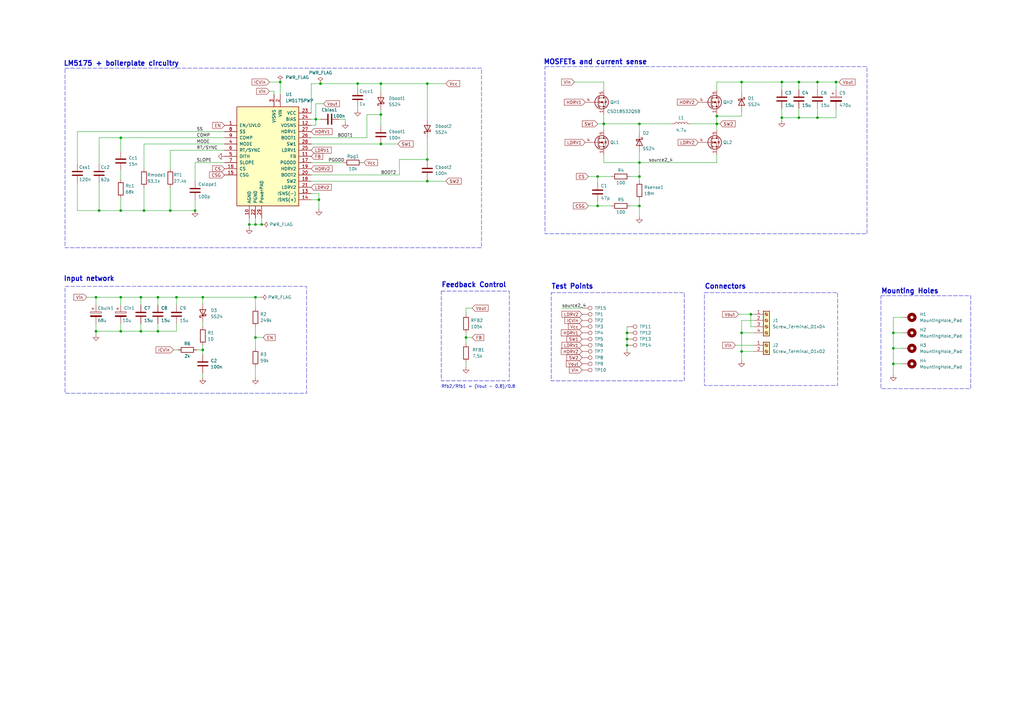
<source format=kicad_sch>
(kicad_sch (version 20230121) (generator eeschema)
  (paper "A3")
  (title_block (title "Universal 12V supply") (date "2023-11-03") (rev "0.1") (comment 1 "jpais@jorgemachwx9"))
  (junction (at 294.005 50.8))
  (junction (at 320.675 48.26))
  (junction (at 156.21 34.29))
  (junction (at 175.26 34.29))
  (junction (at 335.28 33.655))
  (junction (at 175.26 65.405))
  (junction (at 39.37 121.92))
  (junction (at 130.81 81.915))
  (junction (at 39.37 135.89))
  (junction (at 104.775 92.075))
  (junction (at 304.165 136.525))
  (junction (at 57.785 121.92))
  (junction (at 49.53 135.89))
  (junction (at 131.445 34.29))
  (junction (at 83.185 143.51))
  (junction (at 72.39 121.92))
  (junction (at 262.255 50.8))
  (junction (at 59.055 86.36))
  (junction (at 257.175 136.525))
  (junction (at 335.28 48.26))
  (junction (at 307.975 128.905))
  (junction (at 320.675 33.655))
  (junction (at 191.135 138.43))
  (junction (at 262.255 72.39))
  (junction (at 245.11 72.39))
  (junction (at 257.175 139.065))
  (junction (at 245.11 84.455))
  (junction (at 262.255 66.675))
  (junction (at 342.9 33.655))
  (junction (at 83.185 121.92))
  (junction (at 129.54 48.895))
  (junction (at 175.26 74.295))
  (junction (at 156.21 59.055))
  (junction (at 146.685 34.29))
  (junction (at 366.395 136.525))
  (junction (at 69.85 86.36))
  (junction (at 64.77 121.92))
  (junction (at 327.66 33.655))
  (junction (at 114.935 33.655))
  (junction (at 304.165 144.145))
  (junction (at 294.005 47.625))
  (junction (at 327.66 48.26))
  (junction (at 104.775 138.43))
  (junction (at 80.01 86.36))
  (junction (at 156.21 46.99))
  (junction (at 257.175 141.605))
  (junction (at 49.53 121.92))
  (junction (at 366.395 142.875))
  (junction (at 49.53 86.36))
  (junction (at 366.395 149.225))
  (junction (at 104.775 121.92))
  (junction (at 107.315 92.075))
  (junction (at 304.165 33.655))
  (junction (at 102.235 92.075))
  (junction (at 247.65 50.8))
  (junction (at 57.785 135.89))
  (junction (at 49.53 56.515))
  (junction (at 40.64 86.36))
  (junction (at 64.77 135.89))
  (junction (at 262.255 84.455))
  (wire (pts (xy 83.185 121.92) (xy 83.185 124.46)))
  (wire (pts (xy 130.81 79.375) (xy 127.635 79.375)))
  (wire (pts (xy 80.01 74.295) (xy 80.01 66.675)))
  (wire (pts (xy 141.605 48.895) (xy 139.065 48.895)))
  (wire (pts (xy 104.775 89.535) (xy 104.775 92.075)))
  (wire (pts (xy 104.775 150.495) (xy 104.775 154.94)))
  (wire (pts (xy 104.775 138.43) (xy 104.775 142.875)))
  (wire (pts (xy 127.635 71.755) (xy 163.83 71.755)))
  (wire (pts (xy 129.54 48.895) (xy 131.445 48.895)))
  (wire (pts (xy 304.165 47.625) (xy 304.165 45.72)))
  (wire (pts (xy 366.395 130.175) (xy 370.205 130.175)))
  (wire (pts (xy 366.395 136.525) (xy 370.205 136.525)))
  (wire (pts (xy 294.005 33.655) (xy 304.165 33.655)))
  (wire (pts (xy 175.26 34.29) (xy 182.88 34.29)))
  (wire (pts (xy 83.185 143.51) (xy 83.185 141.605)))
  (wire (pts (xy 40.64 86.36) (xy 40.64 74.93)))
  (wire (pts (xy 141.605 50.165) (xy 141.605 48.895)))
  (wire (pts (xy 304.165 147.955) (xy 304.165 144.145)))
  (wire (pts (xy 129.54 48.895) (xy 127.635 48.895)))
  (wire (pts (xy 175.26 73.66) (xy 175.26 74.295)))
  (wire (pts (xy 57.785 121.92) (xy 64.77 121.92)))
  (wire (pts (xy 72.39 121.92) (xy 83.185 121.92)))
  (wire (pts (xy 320.675 48.26) (xy 320.675 49.53)))
  (wire (pts (xy 304.165 136.525) (xy 309.245 136.525)))
  (wire (pts (xy 49.53 56.515) (xy 49.53 62.23)))
  (wire (pts (xy 301.625 141.605) (xy 309.245 141.605)))
  (wire (pts (xy 247.65 50.8) (xy 262.255 50.8)))
  (wire (pts (xy 129.54 51.435) (xy 129.54 48.895)))
  (wire (pts (xy 366.395 142.875) (xy 370.205 142.875)))
  (wire (pts (xy 39.37 135.89) (xy 39.37 137.16)))
  (wire (pts (xy 49.53 135.89) (xy 57.785 135.89)))
  (wire (pts (xy 294.005 47.625) (xy 294.005 46.99)))
  (wire (pts (xy 39.37 132.715) (xy 39.37 135.89)))
  (wire (pts (xy 327.66 44.45) (xy 327.66 48.26)))
  (wire (pts (xy 49.53 121.92) (xy 57.785 121.92)))
  (wire (pts (xy 241.3 72.39) (xy 245.11 72.39)))
  (wire (pts (xy 64.77 121.92) (xy 64.77 125.095)))
  (wire (pts (xy 146.685 43.815) (xy 146.685 45.085)))
  (wire (pts (xy 335.28 48.26) (xy 342.9 48.26)))
  (wire (pts (xy 104.775 92.075) (xy 107.315 92.075)))
  (wire (pts (xy 104.775 121.92) (xy 104.775 126.365)))
  (wire (pts (xy 262.255 84.455) (xy 262.255 88.9)))
  (wire (pts (xy 64.77 132.715) (xy 64.77 135.89)))
  (wire (pts (xy 307.975 128.905) (xy 307.975 133.985)))
  (wire (pts (xy 146.685 34.29) (xy 156.21 34.29)))
  (wire (pts (xy 366.395 153.67) (xy 366.395 149.225)))
  (wire (pts (xy 49.53 86.36) (xy 40.64 86.36)))
  (wire (pts (xy 335.28 33.655) (xy 335.28 36.83)))
  (wire (pts (xy 247.65 36.83) (xy 247.65 33.655)))
  (wire (pts (xy 320.675 33.655) (xy 327.66 33.655)))
  (wire (pts (xy 150.495 46.99) (xy 156.21 46.99)))
  (wire (pts (xy 294.005 47.625) (xy 304.165 47.625)))
  (wire (pts (xy 247.65 46.99) (xy 247.65 50.8)))
  (wire (pts (xy 49.53 81.28) (xy 49.53 86.36)))
  (wire (pts (xy 294.005 50.8) (xy 294.005 47.625)))
  (wire (pts (xy 257.175 139.065) (xy 257.175 141.605)))
  (wire (pts (xy 127.635 81.915) (xy 130.81 81.915)))
  (wire (pts (xy 127.635 59.055) (xy 156.21 59.055)))
  (wire (pts (xy 31.75 86.36) (xy 40.64 86.36)))
  (wire (pts (xy 294.005 66.675) (xy 294.005 63.5)))
  (wire (pts (xy 57.785 132.715) (xy 57.785 135.89)))
  (wire (pts (xy 250.825 84.455) (xy 245.11 84.455)))
  (wire (pts (xy 247.65 63.5) (xy 247.65 66.675)))
  (wire (pts (xy 83.185 132.08) (xy 83.185 133.985)))
  (wire (pts (xy 257.175 136.525) (xy 257.175 139.065)))
  (wire (pts (xy 49.53 135.89) (xy 39.37 135.89)))
  (wire (pts (xy 262.255 81.915) (xy 262.255 84.455)))
  (wire (pts (xy 64.77 121.92) (xy 72.39 121.92)))
  (wire (pts (xy 150.495 56.515) (xy 150.495 46.99)))
  (wire (pts (xy 320.675 33.655) (xy 320.675 36.83)))
  (wire (pts (xy 262.255 62.23) (xy 262.255 66.675)))
  (wire (pts (xy 366.395 136.525) (xy 366.395 130.175)))
  (wire (pts (xy 304.165 131.445) (xy 304.165 136.525)))
  (wire (pts (xy 304.165 33.655) (xy 320.675 33.655)))
  (wire (pts (xy 175.26 34.29) (xy 175.26 48.895)))
  (wire (pts (xy 366.395 149.225) (xy 370.205 149.225)))
  (wire (pts (xy 31.75 53.975) (xy 92.075 53.975)))
  (wire (pts (xy 40.64 67.31) (xy 40.64 56.515)))
  (wire (pts (xy 320.675 44.45) (xy 320.675 48.26)))
  (wire (pts (xy 127.635 66.675) (xy 140.97 66.675)))
  (wire (pts (xy 294.005 50.8) (xy 294.005 53.34)))
  (wire (pts (xy 262.255 72.39) (xy 262.255 74.295)))
  (wire (pts (xy 72.39 135.89) (xy 72.39 132.715)))
  (wire (pts (xy 69.85 61.595) (xy 69.85 69.215)))
  (wire (pts (xy 39.37 125.095) (xy 39.37 121.92)))
  (wire (pts (xy 102.235 92.075) (xy 104.775 92.075)))
  (wire (pts (xy 156.21 59.055) (xy 163.195 59.055)))
  (wire (pts (xy 127.635 34.29) (xy 131.445 34.29)))
  (wire (pts (xy 156.21 34.29) (xy 156.21 37.465)))
  (wire (pts (xy 71.12 143.51) (xy 73.025 143.51)))
  (wire (pts (xy 83.185 153.035) (xy 83.185 154.94)))
  (wire (pts (xy 148.59 66.675) (xy 149.225 66.675)))
  (wire (pts (xy 245.11 50.8) (xy 247.65 50.8)))
  (wire (pts (xy 59.055 86.36) (xy 69.85 86.36)))
  (wire (pts (xy 156.21 46.99) (xy 156.21 45.085)))
  (wire (pts (xy 31.75 67.31) (xy 31.75 53.975)))
  (wire (pts (xy 102.235 89.535) (xy 102.235 92.075)))
  (wire (pts (xy 127.635 51.435) (xy 129.54 51.435)))
  (wire (pts (xy 262.255 50.8) (xy 275.59 50.8)))
  (wire (pts (xy 191.135 138.43) (xy 193.675 138.43)))
  (wire (pts (xy 191.135 148.59) (xy 191.135 150.495)))
  (wire (pts (xy 49.53 56.515) (xy 92.075 56.515)))
  (wire (pts (xy 49.53 132.715) (xy 49.53 135.89)))
  (wire (pts (xy 107.315 92.075) (xy 107.315 89.535)))
  (wire (pts (xy 257.175 141.605) (xy 257.175 143.51)))
  (wire (pts (xy 257.175 133.985) (xy 257.175 136.525)))
  (wire (pts (xy 80.645 143.51) (xy 83.185 143.51)))
  (wire (pts (xy 262.255 66.675) (xy 294.005 66.675)))
  (wire (pts (xy 247.65 66.675) (xy 262.255 66.675)))
  (wire (pts (xy 258.445 72.39) (xy 262.255 72.39)))
  (wire (pts (xy 304.165 131.445) (xy 309.245 131.445)))
  (wire (pts (xy 110.49 33.655) (xy 114.935 33.655)))
  (wire (pts (xy 69.85 86.36) (xy 80.01 86.36)))
  (wire (pts (xy 175.26 65.405) (xy 175.26 56.515)))
  (wire (pts (xy 191.135 126.365) (xy 191.135 128.905)))
  (wire (pts (xy 163.83 65.405) (xy 175.26 65.405)))
  (wire (pts (xy 335.28 33.655) (xy 342.9 33.655)))
  (wire (pts (xy 327.66 33.655) (xy 335.28 33.655)))
  (wire (pts (xy 245.11 74.93) (xy 245.11 72.39)))
  (wire (pts (xy 127.635 74.295) (xy 175.26 74.295)))
  (wire (pts (xy 104.775 121.92) (xy 106.68 121.92)))
  (wire (pts (xy 258.445 84.455) (xy 262.255 84.455)))
  (wire (pts (xy 307.975 133.985) (xy 309.245 133.985)))
  (wire (pts (xy 342.9 33.655) (xy 342.9 36.83)))
  (wire (pts (xy 175.26 65.405) (xy 175.26 66.04)))
  (wire (pts (xy 294.005 36.83) (xy 294.005 33.655)))
  (wire (pts (xy 245.11 84.455) (xy 245.11 82.55)))
  (wire (pts (xy 49.53 69.85) (xy 49.53 73.66)))
  (wire (pts (xy 72.39 121.92) (xy 72.39 125.095)))
  (wire (pts (xy 59.055 86.36) (xy 49.53 86.36)))
  (wire (pts (xy 114.935 33.655) (xy 114.935 38.735)))
  (wire (pts (xy 191.135 126.365) (xy 193.675 126.365)))
  (wire (pts (xy 69.85 61.595) (xy 92.075 61.595)))
  (wire (pts (xy 191.135 136.525) (xy 191.135 138.43)))
  (wire (pts (xy 127.635 46.355) (xy 127.635 34.29)))
  (wire (pts (xy 104.775 133.985) (xy 104.775 138.43)))
  (wire (pts (xy 69.85 76.835) (xy 69.85 86.36)))
  (wire (pts (xy 57.785 121.92) (xy 57.785 125.095)))
  (wire (pts (xy 49.53 121.92) (xy 49.53 125.095)))
  (wire (pts (xy 335.28 44.45) (xy 335.28 48.26)))
  (wire (pts (xy 130.81 79.375) (xy 130.81 81.915)))
  (wire (pts (xy 156.21 46.99) (xy 156.21 51.435)))
  (wire (pts (xy 366.395 149.225) (xy 366.395 142.875)))
  (wire (pts (xy 235.585 33.655) (xy 247.65 33.655)))
  (wire (pts (xy 327.66 48.26) (xy 335.28 48.26)))
  (wire (pts (xy 175.26 74.295) (xy 182.88 74.295)))
  (wire (pts (xy 83.185 143.51) (xy 83.185 145.415)))
  (wire (pts (xy 35.56 121.92) (xy 39.37 121.92)))
  (wire (pts (xy 104.775 138.43) (xy 107.95 138.43)))
  (wire (pts (xy 80.01 81.915) (xy 80.01 86.36)))
  (wire (pts (xy 191.135 138.43) (xy 191.135 140.97)))
  (wire (pts (xy 366.395 142.875) (xy 366.395 136.525)))
  (wire (pts (xy 83.185 121.92) (xy 104.775 121.92)))
  (wire (pts (xy 327.66 33.655) (xy 327.66 36.83)))
  (wire (pts (xy 230.505 126.365) (xy 238.76 126.365)))
  (wire (pts (xy 112.395 37.465) (xy 112.395 38.735)))
  (wire (pts (xy 163.83 71.755) (xy 163.83 65.405)))
  (wire (pts (xy 342.9 44.45) (xy 342.9 48.26)))
  (wire (pts (xy 40.64 56.515) (xy 49.53 56.515)))
  (wire (pts (xy 102.235 92.075) (xy 102.235 93.345)))
  (wire (pts (xy 31.75 74.93) (xy 31.75 86.36)))
  (wire (pts (xy 294.005 50.8) (xy 295.275 50.8)))
  (wire (pts (xy 307.975 128.905) (xy 309.245 128.905)))
  (wire (pts (xy 320.675 48.26) (xy 327.66 48.26)))
  (wire (pts (xy 130.81 81.915) (xy 130.81 85.725)))
  (wire (pts (xy 262.255 66.675) (xy 262.255 72.39)))
  (wire (pts (xy 283.21 50.8) (xy 294.005 50.8)))
  (wire (pts (xy 302.895 128.905) (xy 307.975 128.905)))
  (wire (pts (xy 262.255 50.8) (xy 262.255 54.61)))
  (wire (pts (xy 146.685 34.29) (xy 146.685 36.195)))
  (wire (pts (xy 129.54 42.545) (xy 129.54 48.895)))
  (wire (pts (xy 342.9 33.655) (xy 344.17 33.655)))
  (wire (pts (xy 59.055 69.215) (xy 59.055 59.055)))
  (wire (pts (xy 59.055 76.835) (xy 59.055 86.36)))
  (wire (pts (xy 131.445 34.29) (xy 146.685 34.29)))
  (wire (pts (xy 304.165 33.655) (xy 304.165 38.1)))
  (wire (pts (xy 247.65 50.8) (xy 247.65 53.34)))
  (wire (pts (xy 127.635 56.515) (xy 150.495 56.515)))
  (wire (pts (xy 59.055 59.055) (xy 92.075 59.055)))
  (wire (pts (xy 241.3 84.455) (xy 245.11 84.455)))
  (wire (pts (xy 64.77 135.89) (xy 72.39 135.89)))
  (wire (pts (xy 156.21 34.29) (xy 175.26 34.29)))
  (wire (pts (xy 132.715 42.545) (xy 129.54 42.545)))
  (wire (pts (xy 110.49 37.465) (xy 112.395 37.465)))
  (wire (pts (xy 80.01 66.675) (xy 92.075 66.675)))
  (wire (pts (xy 304.165 144.145) (xy 304.165 136.525)))
  (wire (pts (xy 57.785 135.89) (xy 64.77 135.89)))
  (wire (pts (xy 245.11 72.39) (xy 250.825 72.39)))
  (wire (pts (xy 304.165 144.145) (xy 309.245 144.145)))
  (wire (pts (xy 39.37 121.92) (xy 49.53 121.92)))
  (rectangle (start 223.52 27.305) (end 355.6 95.885) (stroke (width 0) (type dash)))
  (rectangle (start 226.06 120.015) (end 280.67 156.21) (stroke (width 0) (type dash)))
  (rectangle (start 26.67 117.475) (end 125.73 161.29) (stroke (width 0) (type dash)))
  (rectangle (start 361.315 121.285) (end 398.145 159.385) (stroke (width 0) (type dash)))
  (rectangle (start 288.925 120.015) (end 343.535 158.115) (stroke (width 0) (type dash)))
  (rectangle (start 26.67 27.94) (end 197.485 101.6) (stroke (width 0) (type dash)))
  (rectangle (start 180.975 119.38) (end 208.915 156.21) (stroke (width 0) (type dash)))
  (text "Feedback Control" (at 180.975 118.11 0) (effects (font (size 2 2) (thickness 0.4) bold) (justify left bottom)))
  (text "MOSFETs and current sense" (at 222.885 26.67 0) (effects (font (size 2 2) (thickness 0.4) bold) (justify left bottom)))
  (text "Rfb2/Rfb1 = (Vout - 0.8)/0.8" (at 180.975 159.385 0) (effects (font (size 1.27 1.27)) (justify left bottom)))
  (text "Mounting Holes\n" (at 361.315 120.65 0) (effects (font (size 2 2) (thickness 0.4) bold) (justify left bottom)))
  (text "Input network" (at 26.035 115.57 0) (effects (font (size 2 2) (thickness 0.4) bold) (justify left bottom)))
  (text "Connectors\n" (at 288.925 118.745 0) (effects (font (size 2 2) (thickness 0.4) bold) (justify left bottom)))
  (text "LM5175 + boilerplate circuitry" (at 26.035 27.305 0) (effects (font (size 2 2) (thickness 0.4) bold) (justify left bottom)))
  (text "Test Points\n" (at 226.06 118.745 0) (effects (font (size 2 2) (thickness 0.4) bold) (justify left bottom)))
  (label "RT{slash}SYNC" (at 80.645 61.595 0))
  (label "BOOT2" (at 156.21 71.755 0))
  (label "SLOPE" (at 80.645 66.675 0))
  (label "BOOT1" (at 138.43 56.515 0))
  (label "MODE" (at 80.645 59.055 0))
  (label "source2_4" (at 266.065 66.675 0))
  (label "source2_4" (at 230.505 126.365 0))
  (label "SS" (at 80.645 53.975 0))
  (label "PGOOD" (at 134.62 66.675 0))
  (label "COMP" (at 80.645 56.515 0))
  (global_label "HDRV2" (shape input) (at 238.76 144.145 180) (property "Intersheetrefs" "${INTERSHEET_REFS}" (effects hide)))
  (global_label "SW2" (shape input) (at 238.76 146.685 180) (property "Intersheetrefs" "${INTERSHEET_REFS}" (effects hide)))
  (global_label "EN" (shape input) (at 107.95 138.43 0) (property "Intersheetrefs" "${INTERSHEET_REFS}" (effects hide)))
  (global_label "SW1" (shape input) (at 163.195 59.055 0) (property "Intersheetrefs" "${INTERSHEET_REFS}" (effects hide)))
  (global_label "CS" (shape input) (at 92.075 69.215 180) (property "Intersheetrefs" "${INTERSHEET_REFS}" (effects hide)))
  (global_label "HDRV2" (shape input) (at 286.385 41.91 180) (property "Intersheetrefs" "${INTERSHEET_REFS}" (effects hide)))
  (global_label "Vin" (shape input) (at 35.56 121.92 180) (property "Intersheetrefs" "${INTERSHEET_REFS}" (effects hide)))
  (global_label "FB" (shape input) (at 127.635 64.135 0) (property "Intersheetrefs" "${INTERSHEET_REFS}" (effects hide)))
  (global_label "CS" (shape input) (at 241.3 72.39 180) (property "Intersheetrefs" "${INTERSHEET_REFS}" (effects hide)))
  (global_label "HDRV2" (shape input) (at 127.635 69.215 0) (property "Intersheetrefs" "${INTERSHEET_REFS}" (effects hide)))
  (global_label "LDRV2" (shape input) (at 127.635 76.835 0) (property "Intersheetrefs" "${INTERSHEET_REFS}" (effects hide)))
  (global_label "LDRV1" (shape input) (at 238.76 141.605 180) (property "Intersheetrefs" "${INTERSHEET_REFS}" (effects hide)))
  (global_label "Vout" (shape input) (at 302.895 128.905 180) (property "Intersheetrefs" "${INTERSHEET_REFS}" (effects hide)))
  (global_label "Vout" (shape input) (at 193.675 126.365 0) (property "Intersheetrefs" "${INTERSHEET_REFS}" (effects hide)))
  (global_label "EN" (shape input) (at 92.075 51.435 180) (property "Intersheetrefs" "${INTERSHEET_REFS}" (effects hide)))
  (global_label "Vin" (shape input) (at 110.49 37.465 180) (property "Intersheetrefs" "${INTERSHEET_REFS}" (effects hide)))
  (global_label "SW1" (shape input) (at 245.11 50.8 180) (property "Intersheetrefs" "${INTERSHEET_REFS}" (effects hide)))
  (global_label "LDRV1" (shape input) (at 240.03 58.42 180) (property "Intersheetrefs" "${INTERSHEET_REFS}" (effects hide)))
  (global_label "Vout" (shape input) (at 238.76 149.225 180) (property "Intersheetrefs" "${INTERSHEET_REFS}" (effects hide)))
  (global_label "FB" (shape input) (at 193.675 138.43 0) (property "Intersheetrefs" "${INTERSHEET_REFS}" (effects hide)))
  (global_label "HDRV1" (shape input) (at 127.635 53.975 0) (property "Intersheetrefs" "${INTERSHEET_REFS}" (effects hide)))
  (global_label "CSG" (shape input) (at 241.3 84.455 180) (property "Intersheetrefs" "${INTERSHEET_REFS}" (effects hide)))
  (global_label "HDRV1" (shape input) (at 238.76 136.525 180) (property "Intersheetrefs" "${INTERSHEET_REFS}" (effects hide)))
  (global_label "SW1" (shape input) (at 238.76 139.065 180) (property "Intersheetrefs" "${INTERSHEET_REFS}" (effects hide)))
  (global_label "CSG" (shape input) (at 92.075 71.755 180) (property "Intersheetrefs" "${INTERSHEET_REFS}" (effects hide)))
  (global_label "SW2" (shape input) (at 295.275 50.8 0) (property "Intersheetrefs" "${INTERSHEET_REFS}" (effects hide)))
  (global_label "LDRV2" (shape input) (at 238.76 128.905 180) (property "Intersheetrefs" "${INTERSHEET_REFS}" (effects hide)))
  (global_label "ICVin" (shape input) (at 238.76 131.445 180) (property "Intersheetrefs" "${INTERSHEET_REFS}" (effects hide)))
  (global_label "Vin" (shape input) (at 238.76 151.765 180) (property "Intersheetrefs" "${INTERSHEET_REFS}" (effects hide)))
  (global_label "LDRV2" (shape input) (at 286.385 58.42 180) (property "Intersheetrefs" "${INTERSHEET_REFS}" (effects hide)))
  (global_label "Vcc" (shape input) (at 182.88 34.29 0) (property "Intersheetrefs" "${INTERSHEET_REFS}" (effects hide)))
  (global_label "Vcc" (shape input) (at 238.76 133.985 180) (property "Intersheetrefs" "${INTERSHEET_REFS}" (effects hide)))
  (global_label "Vin" (shape input) (at 235.585 33.655 180) (property "Intersheetrefs" "${INTERSHEET_REFS}" (effects hide)))
  (global_label "SW2" (shape input) (at 182.88 74.295 0) (property "Intersheetrefs" "${INTERSHEET_REFS}" (effects hide)))
  (global_label "ICVin" (shape input) (at 71.12 143.51 180) (property "Intersheetrefs" "${INTERSHEET_REFS}" (effects hide)))
  (global_label "Vcc" (shape input) (at 149.225 66.675 0) (property "Intersheetrefs" "${INTERSHEET_REFS}" (effects hide)))
  (global_label "Vout" (shape input) (at 132.715 42.545 0) (property "Intersheetrefs" "${INTERSHEET_REFS}" (effects hide)))
  (global_label "HDRV1" (shape input) (at 240.03 41.91 180) (property "Intersheetrefs" "${INTERSHEET_REFS}" (effects hide)))
  (global_label "Vout" (shape input) (at 344.17 33.655 0) (property "Intersheetrefs" "${INTERSHEET_REFS}" (effects hide)))
  (global_label "Vin" (shape input) (at 301.625 141.605 180) (property "Intersheetrefs" "${INTERSHEET_REFS}" (effects hide)))
  (global_label "ICVin" (shape input) (at 110.49 33.655 180) (property "Intersheetrefs" "${INTERSHEET_REFS}" (effects hide)))
  (global_label "LDRV1" (shape input) (at 127.635 61.595 0) (property "Intersheetrefs" "${INTERSHEET_REFS}" (effects hide)))
  (symbol (lib_id "Connector:TestPoint") (at 238.76 149.225 270) (unit 1) (in_bom no)
    (property "Reference" "TP9" (at 243.84 149.225 90) (effects (justify left)))
    (property "Value" "Vout" (effects hide))
    (property "Footprint" "TestPoint:TestPoint_THTPad_2.5x2.5mm_Drill1.2mm" (effects hide))
    (property "Sim.Enable" "0" (effects hide))
  )
  (symbol (lib_id "power:PWR_FLAG") (at 107.315 92.075 270) (unit 1)
    (property "Reference" "#FLG04" (effects hide))
    (property "Value" "PWR_FLAG" (at 110.49 92.075 90) (effects (justify left)))
  )
  (symbol (lib_id "Device:C") (at 327.66 40.64 0) (unit 1)
    (property "Reference" "C4" (at 328.93 38.1 0) (effects (justify left)))
    (property "Value" "15u" (at 328.93 43.18 0) (effects (justify left)))
    (property "Footprint" "Capacitor_SMD:C_1206_3216Metric_Pad1.33x1.80mm_HandSolder" (effects hide))
    (property "Farnell" "https://be.farnell.com/en-BE/avx/tpsa156k006r0700/cap-15-f-6-3v-10-1206-smd/dp/1658485?st=15u%20smd%20cap" (effects hide))
  )
  (symbol (lib_id "Device:C") (at 80.01 78.105 0) (unit 1)
    (property "Reference" "Cslope1" (at 81.28 75.565 0) (effects (justify left)))
    (property "Value" "100p" (at 81.28 80.645 0) (effects (justify left)))
    (property "Footprint" "Capacitor_SMD:C_0603_1608Metric_Pad1.08x0.95mm_HandSolder" (effects hide))
    (property "Farnell" "https://be.farnell.com/en-BE/kemet/c0603x101f5gacauto/cap-100pf-50v-1-c0g-np0-0603/dp/2904893?st=13n%20smd%20cap%200603" (effects hide))
  )
  (symbol (lib_id "Connector:TestPoint") (at 238.76 133.985 270) (unit 1) (in_bom no)
    (property "Reference" "TP3" (at 243.84 133.985 90) (effects (justify left)))
    (property "Value" "Vcc" (effects hide))
    (property "Footprint" "TestPoint:TestPoint_THTPad_2.5x2.5mm_Drill1.2mm" (effects hide))
    (property "Sim.Enable" "0" (effects hide))
  )
  (symbol (lib_id "New_Library:LM34936-Q1") (at 109.855 64.135 0) (unit 1)
    (property "Reference" "U1" (at 117.1291 38.735 0) (effects (justify left)))
    (property "Value" "LM5175PWP" (at 117.1291 41.275 0) (effects (justify left)))
    (property "Footprint" "Package_SO:HTSSOP-28-1EP_4.4x9.7mm_P0.65mm_EP3.4x9.5mm_ThermalVias" (effects hide))
    (property "Datasheet" "http://www.ti.com/lit/ds/symlink/lm5175.pdf" (effects hide))
    (property "Sim.Library" "/home/jorgep/Desktop/Faculdade/2Ano/PowerElectronics/project/simulationModels/LM5175_TRANS.lib" (effects hide))
    (property "Sim.Name" "LM5175_TRANS" (effects hide))
    (property "Sim.Device" "SUBCKT" (effects hide))
    (property "Sim.Pins" "1=EN_UVLO 2=VIN 3=VISNS 4=MODE 5=DITH 6=RT 7=SLOPE 8=SS 9=COMP 10=AGND 11=FB 12=VOSNS 13=ISNS_N 14=ISNS_P 15=CSG 16=CS 17=PGOOD 18=SW2 19=HDRV2 20=BOOT2 21=LDRV2 22=PGND 23=VCC 24=BIAS 25=LDRV1 26=BOOT1 27=HDRV1 28=SW1 29=PAD" (effects hide))
    (property "Farnell" "https://be.farnell.com/en-BE/texas-instruments/lm5175pwpt/dc-dc-ctrl-sync-buck-boost-htssop28/dp/3008670RL?st=lm5175" (effects hide))
  )
  (symbol (lib_id "Device:C") (at 146.685 40.005 0) (unit 1)
    (property "Reference" "Cvcc1" (at 147.32 37.465 0) (effects (justify left)))
    (property "Value" "1u" (at 147.32 42.545 0) (effects (justify left)))
    (property "Footprint" "Capacitor_SMD:C_0603_1608Metric_Pad1.08x0.95mm_HandSolder" (effects hide))
    (property "Farnell" "https://be.farnell.com/en-BE/vishay/tp8m105m020c/cap-1-f-20v-20/dp/2425566?st=1u%20smd%20cap%200603" (effects hide))
  )
  (symbol (lib_id "power:GND") (at 83.185 154.94 0) (unit 1)
    (property "Reference" "#PWR06" (effects hide))
    (property "Value" "GND" (effects hide))
  )
  (symbol (lib_id "Connector:TestPoint") (at 238.76 144.145 270) (unit 1) (in_bom no)
    (property "Reference" "TP7" (at 243.84 144.145 90) (effects (justify left)))
    (property "Value" "HDRV2" (effects hide))
    (property "Footprint" "TestPoint:TestPoint_THTPad_2.5x2.5mm_Drill1.2mm" (effects hide))
    (property "Sim.Enable" "0" (effects hide))
  )
  (symbol (lib_id "Mechanical:MountingHole_Pad") (at 372.745 136.525 270) (unit 1) (in_bom no)
    (property "Reference" "H2" (at 377.19 135.255 90) (effects (justify left)))
    (property "Value" "MountingHole_Pad" (at 377.19 137.795 90) (effects (justify left)))
    (property "Footprint" "MountingHole:MountingHole_3.2mm_M3_Pad_Via" (effects hide))
    (property "Sim.Enable" "0" (effects hide))
  )
  (symbol (lib_id "Device:R") (at 83.185 137.795 0) (unit 1)
    (property "Reference" "R1" (at 85.09 136.525 0) (effects (justify left)))
    (property "Value" "10" (at 85.09 139.065 0) (effects (justify left)))
    (property "Footprint" "Resistor_SMD:R_0603_1608Metric_Pad0.98x0.95mm_HandSolder" (effects hide))
    (property "Farnell" "https://be.farnell.com/en-BE/rohm/ktr03ezpf10r0/res-10r-1-0-1w-0603-thick-film/dp/2919225?st=10r+resistor+0603" (effects hide))
  )
  (symbol (lib_id "Transistor_FET:CSD18532Q5B") (at 245.11 58.42 0) (unit 1)
    (property "Reference" "QL1" (at 250.19 58.42 0) (effects (justify left)))
    (property "Value" "CSD18532Q5B" (effects hide))
    (property "Footprint" "Package_TO_SOT_SMD:TDSON-8-1" (effects hide))
    (property "Datasheet" "http://www.ti.com/lit/gpn/csd18532q5b" (effects hide))
    (property "Farnell" "https://be.farnell.com/en-BE/texas-instruments/csd18532q5b/mosfet-n-ch-60v-100a-vson-8/dp/3009663?st=CSD18532Q5B" (effects hide))
    (property "Sim.Library" "/home/jorgep/Desktop/Faculdade/2Ano/PowerElectronics/project/simulationModels/CSD18532Q5B.lib" (effects hide))
    (property "Sim.Name" "CSD18532Q5B" (effects hide))
    (property "Sim.Device" "SUBCKT" (effects hide))
    (property "Sim.Pins" "1=1 2=2 3=3" (effects hide))
  )
  (symbol (lib_id "Device:C") (at 49.53 66.04 0) (unit 1)
    (property "Reference" "Cc1" (at 52.705 64.77 0) (effects (justify left)))
    (property "Value" "15n" (at 52.705 67.31 0) (effects (justify left)))
    (property "Footprint" "Capacitor_SMD:C_0603_1608Metric_Pad1.08x0.95mm_HandSolder" (effects hide))
    (property "Farnell" "https://be.farnell.com/en-BE/multicomp/mc0603b153j500ct/cap-0-015-f-50v-5-x7r-0603/dp/2320805?st=15n%20smd%20cap%200603" (effects hide))
  )
  (symbol (lib_id "Device:L") (at 279.4 50.8 90) (unit 1)
    (property "Reference" "L1" (at 279.4 48.26 90))
    (property "Value" "4.7u" (at 279.4 53.34 90))
    (property "Footprint" "FootprintLibrary:L_Coilcraft_XAL1010-XXX_handsolder" (effects hide))
    (property "Farnell" "https://be.farnell.com/en-BE/coilcraft/xal1010-472med/inductor-4-7uh-24a-20-pwr-19mhz/dp/2289017" (effects hide))
  )
  (symbol (lib_id "power:GND") (at 304.165 147.955 0) (unit 1)
    (property "Reference" "#PWR01" (effects hide))
    (property "Value" "GND" (effects hide))
  )
  (symbol (lib_id "Device:C") (at 335.28 40.64 0) (unit 1)
    (property "Reference" "C6" (at 336.55 38.1 0) (effects (justify left)))
    (property "Value" "15u" (at 336.55 43.18 0) (effects (justify left)))
    (property "Footprint" "Capacitor_SMD:C_1206_3216Metric_Pad1.33x1.80mm_HandSolder" (effects hide))
    (property "Farnell" "https://be.farnell.com/en-BE/avx/tpsa156k006r0700/cap-15-f-6-3v-10-1206-smd/dp/1658485?st=15u%20smd%20cap" (effects hide))
  )
  (symbol (lib_id "Device:C") (at 320.675 40.64 0) (unit 1)
    (property "Reference" "C3" (at 321.945 38.1 0) (effects (justify left)))
    (property "Value" "15u" (at 321.945 43.18 0) (effects (justify left)))
    (property "Footprint" "Capacitor_SMD:C_1206_3216Metric_Pad1.33x1.80mm_HandSolder" (effects hide))
    (property "Farnell" "https://be.farnell.com/en-BE/avx/tpsa156k006r0700/cap-15-f-6-3v-10-1206-smd/dp/1658485?st=15u%20smd%20cap" (effects hide))
  )
  (symbol (lib_id "Connector:TestPoint") (at 257.175 141.605 270) (unit 1) (in_bom no)
    (property "Reference" "TP14" (at 262.255 141.605 90) (effects (justify left)))
    (property "Value" "gnd" (effects hide))
    (property "Footprint" "TestPoint:TestPoint_THTPad_2.5x2.5mm_Drill1.2mm" (effects hide))
    (property "Sim.Enable" "0" (effects hide))
  )
  (symbol (lib_id "Device:C") (at 83.185 149.225 0) (unit 1)
    (property "Reference" "C2" (at 86.36 147.955 0) (effects (justify left)))
    (property "Value" "100n" (at 86.36 150.495 0) (effects (justify left)))
    (property "Footprint" "Capacitor_SMD:C_0805_2012Metric_Pad1.18x1.45mm_HandSolder" (effects hide))
    (property "Farnell" "https://be.farnell.com/en-BE/kemet/c0805x104j5rac3316/cap-0-1-f-50v-5-x7r-0805/dp/2666904?st=100n%20smd%20cap%200805" (effects hide))
  )
  (symbol (lib_id "Connector:TestPoint") (at 238.76 141.605 270) (unit 1) (in_bom no)
    (property "Reference" "TP6" (at 243.84 141.605 90) (effects (justify left)))
    (property "Value" "LDRV1" (effects hide))
    (property "Footprint" "TestPoint:TestPoint_THTPad_2.5x2.5mm_Drill1.2mm" (effects hide))
    (property "Sim.Enable" "0" (effects hide))
  )
  (symbol (lib_id "power:GND") (at 191.135 150.495 0) (unit 1)
    (property "Reference" "#PWR02" (effects hide))
    (property "Value" "GND" (effects hide))
  )
  (symbol (lib_id "Device:C") (at 156.21 55.245 0) (unit 1)
    (property "Reference" "Cboot1" (at 159.385 53.975 0) (effects (justify left)))
    (property "Value" "100n" (at 159.385 56.515 0) (effects (justify left)))
    (property "Footprint" "Capacitor_SMD:C_0805_2012Metric_Pad1.18x1.45mm_HandSolder" (effects hide))
    (property "Farnell" "https://be.farnell.com/en-BE/kemet/c0805x104j5rac3316/cap-0-1-f-50v-5-x7r-0805/dp/2666904?st=100n%20smd%20cap%200805" (effects hide))
  )
  (symbol (lib_id "Transistor_FET:CSD18532Q5B") (at 291.465 58.42 0) (unit 1)
    (property "Reference" "QL2" (at 296.545 58.42 0) (effects (justify left)))
    (property "Value" "CSD18532Q5B" (effects hide))
    (property "Footprint" "Package_TO_SOT_SMD:TDSON-8-1" (effects hide))
    (property "Datasheet" "http://www.ti.com/lit/gpn/csd18532q5b" (effects hide))
    (property "Farnell" "https://be.farnell.com/en-BE/texas-instruments/csd18532q5b/mosfet-n-ch-60v-100a-vson-8/dp/3009663?st=CSD18532Q5B" (effects hide))
    (property "Sim.Library" "/home/jorgep/Desktop/Faculdade/2Ano/PowerElectronics/project/simulationModels/CSD18532Q5B.lib" (effects hide))
    (property "Sim.Name" "CSD18532Q5B" (effects hide))
    (property "Sim.Device" "SUBCKT" (effects hide))
    (property "Sim.Pins" "1=1 2=2 3=3" (effects hide))
  )
  (symbol (lib_id "Device:C_Polarized") (at 49.53 128.905 0) (unit 1)
    (property "Reference" "Cin1" (at 50.8 126.365 0) (effects (justify left)))
    (property "Value" "10u" (at 50.165 131.445 0) (effects (justify left)))
    (property "Footprint" "Capacitor_SMD:CP_Elec_5x5.4" (effects hide))
    (property "Farnell" "https://be.farnell.com/en-BE/kemet/exv106m035a9daa/cap-10-f-35v-radial-smd/dp/2069187?st=10u%20smd%20cap" (effects hide))
  )
  (symbol (lib_id "Device:D_Schottky") (at 156.21 41.275 90) (unit 1)
    (property "Reference" "Dboot1" (at 159.385 40.3225 90) (effects (justify right)))
    (property "Value" "SS24" (at 159.385 42.8625 90) (effects (justify right)))
    (property "Footprint" "Diode_SMD:D_SMB_Handsoldering" (effects hide))
    (property "Farnell" "https://be.farnell.com/en-BE/multicomp/ss24/schottky-rectifier-2a-40v-do-214aa/dp/2675138?MER=sy-me-pd-mi-alte" (effects hide))
    (property "Sim.Library" "/home/jorgep/Desktop/Faculdade/2Ano/PowerElectronics/project/simulationModels/SS24T3.REV0.LIB" (effects hide))
    (property "Sim.Name" "Dss24" (effects hide))
    (property "Sim.Device" "D" (effects hide))
    (property "Sim.Pins" "1=A 2=K" (effects hide))
  )
  (symbol (lib_id "Device:R") (at 191.135 132.715 0) (unit 1)
    (property "Reference" "RFB2" (at 193.04 131.445 0) (effects (justify left)))
    (property "Value" "105k" (at 193.04 133.985 0) (effects (justify left)))
    (property "Footprint" "Resistor_SMD:R_0603_1608Metric_Pad0.98x0.95mm_HandSolder" (effects hide))
    (property "Farnell" "https://be.farnell.com/en-BE/panasonic/erjpa3f1053v/res-105k-1-thick-film/dp/2561729RL?st=105k%20resistor%200603" (effects hide))
  )
  (symbol (lib_id "Mechanical:MountingHole_Pad") (at 372.745 130.175 270) (unit 1) (in_bom no)
    (property "Reference" "H1" (at 377.19 128.905 90) (effects (justify left)))
    (property "Value" "MountingHole_Pad" (at 377.19 131.445 90) (effects (justify left)))
    (property "Footprint" "MountingHole:MountingHole_3.2mm_M3_Pad_Via" (effects hide))
    (property "Sim.Enable" "0" (effects hide))
  )
  (symbol (lib_id "power:GND") (at 92.075 64.135 270) (unit 1)
    (property "Reference" "#PWR09" (effects hide))
    (property "Value" "GND" (effects hide))
  )
  (symbol (lib_id "Mechanical:MountingHole_Pad") (at 372.745 142.875 270) (unit 1) (in_bom no)
    (property "Reference" "H3" (at 377.19 141.605 90) (effects (justify left)))
    (property "Value" "MountingHole_Pad" (at 377.19 144.145 90) (effects (justify left)))
    (property "Footprint" "MountingHole:MountingHole_3.2mm_M3_Pad_Via" (effects hide))
    (property "Sim.Enable" "0" (effects hide))
  )
  (symbol (lib_id "Device:R") (at 262.255 78.105 0) (unit 1)
    (property "Reference" "Rsense1" (at 264.16 76.835 0) (effects (justify left)))
    (property "Value" "18m" (at 264.16 79.375 0) (effects (justify left)))
    (property "Footprint" "Resistor_SMD:R_2512_6332Metric_Pad1.40x3.35mm_HandSolder" (effects hide))
    (property "Farnell" "https://be.farnell.com/en-BE/multicomp/mchvr12ftft1805/res-thick-film-18m-1-1w-2512/dp/2826912?st=18m%20smd%20resistor" (effects hide))
  )
  (symbol (lib_id "Connector:TestPoint") (at 238.76 146.685 270) (unit 1) (in_bom no)
    (property "Reference" "TP8" (at 243.84 146.685 90) (effects (justify left)))
    (property "Value" "SW2" (effects hide))
    (property "Footprint" "TestPoint:TestPoint_THTPad_2.5x2.5mm_Drill1.2mm" (effects hide))
    (property "Sim.Enable" "0" (effects hide))
  )
  (symbol (lib_id "Device:C_Polarized") (at 342.9 40.64 0) (unit 1)
    (property "Reference" "C5" (at 344.17 38.1 0) (effects (justify left)))
    (property "Value" "470u" (at 344.17 43.18 0) (effects (justify left)))
    (property "Footprint" "Capacitor_SMD:CP_Elec_10x12.6" (effects hide))
    (property "Farnell" "https://be.farnell.com/en-BE/panasonic/25svpk470m/cap-470-f-25v/dp/2759084?st=470u%20smd%20cap" (effects hide))
  )
  (symbol (lib_id "Connector:TestPoint") (at 257.175 136.525 270) (unit 1) (in_bom no)
    (property "Reference" "TP12" (at 262.255 136.525 90) (effects (justify left)))
    (property "Value" "gnd" (effects hide))
    (property "Footprint" "TestPoint:TestPoint_THTPad_2.5x2.5mm_Drill1.2mm" (effects hide))
    (property "Sim.Enable" "0" (effects hide))
  )
  (symbol (lib_id "Transistor_FET:CSD18532Q5B") (at 291.465 41.91 0) (unit 1)
    (property "Reference" "QH2" (at 296.545 41.91 0) (effects (justify left)))
    (property "Value" "CSD18532Q5B" (effects hide))
    (property "Footprint" "Package_TO_SOT_SMD:TDSON-8-1" (effects hide))
    (property "Datasheet" "http://www.ti.com/lit/gpn/csd18532q5b" (effects hide))
    (property "Farnell" "https://be.farnell.com/en-BE/texas-instruments/csd18532q5b/mosfet-n-ch-60v-100a-vson-8/dp/3009663?st=CSD18532Q5B" (effects hide))
    (property "Sim.Library" "/home/jorgep/Desktop/Faculdade/2Ano/PowerElectronics/project/simulationModels/CSD18532Q5B.lib" (effects hide))
    (property "Sim.Name" "CSD18532Q5B" (effects hide))
    (property "Sim.Device" "SUBCKT" (effects hide))
    (property "Sim.Pins" "1=1 2=2 3=3" (effects hide))
  )
  (symbol (lib_id "power:GND") (at 262.255 88.9 0) (unit 1)
    (property "Reference" "#PWR05" (effects hide))
    (property "Value" "GND" (effects hide))
  )
  (symbol (lib_id "Device:R") (at 144.78 66.675 90) (unit 1)
    (property "Reference" "Rpg1" (at 144.78 64.135 90))
    (property "Value" "10k" (at 144.78 69.215 90))
    (property "Footprint" "Resistor_SMD:R_0603_1608Metric_Pad0.98x0.95mm_HandSolder" (effects hide))
    (property "Farnell" "https://be.farnell.com/en-BE/vishay/rca060310k0fkea/res-10k-1-0603-thick-film/dp/2616584?st=10k%20resistor%200603" (effects hide))
  )
  (symbol (lib_id "Device:C") (at 175.26 69.85 0) (unit 1)
    (property "Reference" "Cboot2" (at 178.435 68.58 0) (effects (justify left)))
    (property "Value" "100n" (at 178.435 71.12 0) (effects (justify left)))
    (property "Footprint" "Capacitor_SMD:C_0805_2012Metric_Pad1.18x1.45mm_HandSolder" (effects hide))
    (property "Farnell" "https://be.farnell.com/en-BE/kemet/c0805x104j5rac3316/cap-0-1-f-50v-5-x7r-0805/dp/2666904?st=100n%20smd%20cap%200805" (effects hide))
  )
  (symbol (lib_id "Device:D_Schottky") (at 304.165 41.91 270) (unit 1)
    (property "Reference" "D1" (at 306.705 40.3225 90) (effects (justify left)))
    (property "Value" "SS24" (at 306.705 42.8625 90) (effects (justify left)))
    (property "Footprint" "Diode_SMD:D_SMB_Handsoldering" (effects hide))
    (property "Farnell" "https://be.farnell.com/en-BE/multicomp/ss24/schottky-rectifier-2a-40v-do-214aa/dp/2675138?MER=sy-me-pd-mi-alte" (effects hide))
    (property "Sim.Library" "/home/jorgep/Desktop/Faculdade/2Ano/PowerElectronics/project/simulationModels/SS24T3.REV0.LIB" (effects hide))
    (property "Sim.Name" "Dss24" (effects hide))
    (property "Sim.Device" "D" (effects hide))
    (property "Sim.Pins" "1=A 2=K" (effects hide))
  )
  (symbol (lib_id "Connector:TestPoint") (at 238.76 139.065 270) (unit 1) (in_bom no)
    (property "Reference" "TP5" (at 243.84 139.065 90) (effects (justify left)))
    (property "Value" "SW1" (effects hide))
    (property "Footprint" "TestPoint:TestPoint_THTPad_2.5x2.5mm_Drill1.2mm" (effects hide))
    (property "Sim.Enable" "0" (effects hide))
  )
  (symbol (lib_id "Device:D_Schottky") (at 83.185 128.27 90) (unit 1)
    (property "Reference" "D3" (at 86.36 127.3175 90) (effects (justify right)))
    (property "Value" "SS24" (at 86.36 129.8575 90) (effects (justify right)))
    (property "Footprint" "Diode_SMD:D_SMB_Handsoldering" (effects hide))
    (property "Farnell" "https://be.farnell.com/en-BE/multicomp/ss24/schottky-rectifier-2a-40v-do-214aa/dp/2675138?MER=sy-me-pd-mi-alte" (effects hide))
    (property "Sim.Library" "/home/jorgep/Desktop/Faculdade/2Ano/PowerElectronics/project/simulationModels/SS24T3.REV0.LIB" (effects hide))
    (property "Sim.Name" "Dss24" (effects hide))
    (property "Sim.Device" "D" (effects hide))
    (property "Sim.Pins" "1=A 2=K" (effects hide))
  )
  (symbol (lib_id "Transistor_FET:CSD18532Q5B") (at 245.11 41.91 0) (unit 1)
    (property "Reference" "QH1" (at 250.19 41.91 0) (effects (justify left)))
    (property "Value" "CSD18532Q5B" (at 248.92 45.72 0) (effects (justify left)))
    (property "Footprint" "Package_TO_SOT_SMD:TDSON-8-1" (effects hide))
    (property "Datasheet" "http://www.ti.com/lit/gpn/csd18532q5b" (effects hide))
    (property "Farnell" "https://be.farnell.com/en-BE/texas-instruments/csd18532q5b/mosfet-n-ch-60v-100a-vson-8/dp/3009663?st=CSD18532Q5B" (effects hide))
    (property "Sim.Library" "/home/jorgep/Desktop/Faculdade/2Ano/PowerElectronics/project/simulationModels/CSD18532Q5B.lib" (effects hide))
    (property "Sim.Name" "CSD18532Q5B" (effects hide))
    (property "Sim.Device" "SUBCKT" (effects hide))
    (property "Sim.Pins" "1=1 2=2 3=3" (effects hide))
  )
  (symbol (lib_id "Connector:TestPoint") (at 238.76 131.445 270) (unit 1) (in_bom no)
    (property "Reference" "TP2" (at 243.84 131.445 90) (effects (justify left)))
    (property "Value" "ICVin" (effects hide))
    (property "Footprint" "TestPoint:TestPoint_THTPad_2.5x2.5mm_Drill1.2mm" (effects hide))
    (property "Sim.Enable" "0" (effects hide))
  )
  (symbol (lib_id "power:GND") (at 146.685 45.085 0) (unit 1)
    (property "Reference" "#PWR013" (effects hide))
    (property "Value" "GND" (effects hide))
  )
  (symbol (lib_id "Device:C_Polarized") (at 39.37 128.905 0) (unit 1)
    (property "Reference" "Cbulk1" (at 40.005 126.365 0) (effects (justify left)))
    (property "Value" "68u" (at 40.005 131.445 0) (effects (justify left)))
    (property "Footprint" "Capacitor_SMD:CP_Elec_10x10.5" (effects hide))
    (property "Farnell" "https://be.farnell.com/en-BE/panasonic/eehzt1j680p/cap-68uf-63v-alu-elec-hybrid-smd/dp/3584428?st=68u%20smd%20cap" (effects hide))
  )
  (symbol (lib_id "Connector:TestPoint") (at 238.76 136.525 270) (unit 1) (in_bom no)
    (property "Reference" "TP4" (at 243.84 136.525 90) (effects (justify left)))
    (property "Value" "HDRV1" (effects hide))
    (property "Footprint" "TestPoint:TestPoint_THTPad_2.5x2.5mm_Drill1.2mm" (effects hide))
    (property "Sim.Enable" "0" (effects hide))
  )
  (symbol (lib_id "Device:R") (at 104.775 146.685 0) (unit 1)
    (property "Reference" "R3" (at 106.68 145.415 0) (effects (justify left)))
    (property "Value" "59k" (at 106.68 147.955 0) (effects (justify left)))
    (property "Footprint" "Resistor_SMD:R_0603_1608Metric_Pad0.98x0.95mm_HandSolder" (effects hide))
    (property "Farnell" "https://be.farnell.com/en-BE/panasonic/erjpa3f5902v/res-59k-1-thick-film/dp/2562106?st=59k%20resistor%200603" (effects hide))
  )
  (symbol (lib_id "Mechanical:MountingHole_Pad") (at 372.745 149.225 270) (unit 1) (in_bom no)
    (property "Reference" "H4" (at 377.19 147.955 90) (effects (justify left)))
    (property "Value" "MountingHole_Pad" (at 377.19 150.495 90) (effects (justify left)))
    (property "Footprint" "MountingHole:MountingHole_3.2mm_M3_Pad_Via" (effects hide))
    (property "Sim.Enable" "0" (effects hide))
  )
  (symbol (lib_id "power:GND") (at 102.235 93.345 0) (unit 1)
    (property "Reference" "#PWR03" (effects hide))
    (property "Value" "GND" (effects hide))
  )
  (symbol (lib_id "Device:D_Schottky") (at 175.26 52.705 90) (unit 1)
    (property "Reference" "Dboot2" (at 178.435 51.7525 90) (effects (justify right)))
    (property "Value" "SS24" (at 178.435 54.2925 90) (effects (justify right)))
    (property "Footprint" "Diode_SMD:D_SMB_Handsoldering" (effects hide))
    (property "Farnell" "https://be.farnell.com/en-BE/multicomp/ss24/schottky-rectifier-2a-40v-do-214aa/dp/2675138?MER=sy-me-pd-mi-alte" (effects hide))
    (property "Sim.Library" "/home/jorgep/Desktop/Faculdade/2Ano/PowerElectronics/project/simulationModels/SS24T3.REV0.LIB" (effects hide))
    (property "Sim.Name" "Dss24" (effects hide))
    (property "Sim.Device" "D" (effects hide))
    (property "Sim.Pins" "1=A 2=K" (effects hide))
  )
  (symbol (lib_id "Connector:TestPoint") (at 257.175 133.985 270) (unit 1) (in_bom no)
    (property "Reference" "TP11" (at 262.255 133.985 90) (effects (justify left)))
    (property "Value" "gnd" (effects hide))
    (property "Footprint" "TestPoint:TestPoint_THTPad_2.5x2.5mm_Drill1.2mm" (effects hide))
    (property "Sim.Enable" "0" (effects hide))
  )
  (symbol (lib_id "power:PWR_FLAG") (at 114.935 33.655 0) (unit 1)
    (property "Reference" "#FLG03" (effects hide))
    (property "Value" "PWR_FLAG" (at 121.92 31.75 0))
  )
  (symbol (lib_id "Device:C") (at 57.785 128.905 0) (unit 1)
    (property "Reference" "C7" (at 59.055 126.365 0) (effects (justify left)))
    (property "Value" "15u" (at 59.055 131.445 0) (effects (justify left)))
    (property "Footprint" "Capacitor_SMD:C_1206_3216Metric_Pad1.33x1.80mm_HandSolder" (effects hide))
    (property "Farnell" "https://be.farnell.com/en-BE/avx/tpsa156k006r0700/cap-15-f-6-3v-10-1206-smd/dp/1658485?st=15u%20smd%20cap" (effects hide))
  )
  (symbol (lib_id "power:GND") (at 320.675 49.53 0) (unit 1)
    (property "Reference" "#PWR011" (effects hide))
    (property "Value" "GND" (effects hide))
  )
  (symbol (lib_id "Device:R") (at 104.775 130.175 0) (unit 1)
    (property "Reference" "R2" (at 106.68 128.905 0) (effects (justify left)))
    (property "Value" "249k" (at 106.68 131.445 0) (effects (justify left)))
    (property "Footprint" "Resistor_SMD:R_0603_1608Metric_Pad0.98x0.95mm_HandSolder" (effects hide))
    (property "Farnell" "https://be.farnell.com/en-BE/panasonic/erjpa3f2493v/res-249k-1-thick-film/dp/2561907?st=249k%20resistor+0603" (effects hide))
  )
  (symbol (lib_id "power:GND") (at 366.395 153.67 0) (unit 1)
    (property "Reference" "#PWR010" (effects hide))
    (property "Value" "GND" (effects hide))
  )
  (symbol (lib_id "power:GND") (at 80.01 86.36 0) (unit 1)
    (property "Reference" "#PWR08" (effects hide))
    (property "Value" "GND" (effects hide))
  )
  (symbol (lib_id "Connector:Screw_Terminal_01x04") (at 314.325 131.445 0) (unit 1)
    (property "Reference" "J1" (at 316.865 131.445 0) (effects (justify left)))
    (property "Value" "Screw_Terminal_01x04" (at 316.865 133.985 0) (effects (justify left)))
    (property "Footprint" "TerminalBlock:TerminalBlock_bornier-4_P5.08mm" (effects hide))
    (property "Sim.Enable" "0" (effects hide))
  )
  (symbol (lib_id "Device:R") (at 76.835 143.51 90) (unit 1)
    (property "Reference" "R6" (at 76.835 140.97 90))
    (property "Value" "2k" (at 76.835 146.05 90))
    (property "Footprint" "Resistor_SMD:R_0603_1608Metric_Pad0.98x0.95mm_HandSolder" (effects hide))
    (property "Farnell" "https://pt.farnell.com/panasonic/era3arw202v/res-2k-0-05-metal-film/dp/2797306?st=2k%200603%20resistor" (effects hide))
  )
  (symbol (lib_id "Device:C") (at 31.75 71.12 0) (unit 1)
    (property "Reference" "Css1" (at 32.385 68.58 0) (effects (justify left)))
    (property "Value" "120n" (at 32.385 73.66 0) (effects (justify left)))
    (property "Footprint" "Capacitor_SMD:C_0603_1608Metric_Pad1.08x0.95mm_HandSolder" (effects hide))
    (property "Farnell" "https://be.farnell.com/en-BE/kemet/c0603c124k8ractu/cap-0-12-f-10v-10-x7r-0603/dp/2821085?st=120n%20smd%20cap" (effects hide))
  )
  (symbol (lib_id "Connector:TestPoint") (at 257.175 139.065 270) (unit 1) (in_bom no)
    (property "Reference" "TP13" (at 262.255 139.065 90) (effects (justify left)))
    (property "Value" "gnd" (effects hide))
    (property "Footprint" "TestPoint:TestPoint_THTPad_2.5x2.5mm_Drill1.2mm" (effects hide))
    (property "Sim.Enable" "0" (effects hide))
  )
  (symbol (lib_id "Connector:TestPoint") (at 238.76 128.905 270) (unit 1) (in_bom no)
    (property "Reference" "TP1" (at 243.84 128.905 90) (effects (justify left)))
    (property "Value" "LDRV2" (effects hide))
    (property "Footprint" "TestPoint:TestPoint_THTPad_2.5x2.5mm_Drill1.2mm" (effects hide))
    (property "Sim.Enable" "0" (effects hide))
  )
  (symbol (lib_id "Connector:TestPoint") (at 238.76 126.365 270) (unit 1) (in_bom no)
    (property "Reference" "TP15" (at 243.84 126.365 90) (effects (justify left)))
    (property "Value" "source2_4" (effects hide))
    (property "Footprint" "TestPoint:TestPoint_THTPad_2.5x2.5mm_Drill1.2mm" (effects hide))
    (property "Sim.Enable" "0" (effects hide))
  )
  (symbol (lib_id "Connector:Screw_Terminal_01x02") (at 314.325 141.605 0) (unit 1)
    (property "Reference" "J2" (at 316.865 141.605 0) (effects (justify left)))
    (property "Value" "Screw_Terminal_01x02" (at 316.865 144.145 0) (effects (justify left)))
    (property "Footprint" "TerminalBlock:TerminalBlock_bornier-2_P5.08mm" (effects hide))
    (property "Sim.Enable" "0" (effects hide))
  )
  (symbol (lib_id "Device:R") (at 191.135 144.78 0) (unit 1)
    (property "Reference" "RFB1" (at 193.675 143.51 0) (effects (justify left)))
    (property "Value" "7.5k" (at 193.675 146.05 0) (effects (justify left)))
    (property "Footprint" "Resistor_SMD:R_0603_1608Metric_Pad0.98x0.95mm_HandSolder" (effects hide))
    (property "Farnell" "https://be.farnell.com/en-BE/multicomp-pro/mcsr06x7501ftl/res-7k5-1-0-1w-0603-thick-film/dp/2074303?st=7.5k%20resistor%200603" (effects hide))
  )
  (symbol (lib_id "power:GND") (at 39.37 137.16 0) (unit 1)
    (property "Reference" "#PWR07" (effects hide))
    (property "Value" "GND" (effects hide))
  )
  (symbol (lib_id "power:PWR_FLAG") (at 106.68 121.92 270) (unit 1)
    (property "Reference" "#FLG01" (effects hide))
    (property "Value" "PWR_FLAG" (at 109.855 121.92 90) (effects (justify left)))
  )
  (symbol (lib_id "Device:C") (at 135.255 48.895 90) (unit 1)
    (property "Reference" "Cbias1" (at 138.43 45.085 90) (effects (justify left)))
    (property "Value" "100n" (at 141.605 47.625 90) (effects (justify left)))
    (property "Footprint" "Capacitor_SMD:C_0805_2012Metric_Pad1.18x1.45mm_HandSolder" (effects hide))
    (property "Farnell" "https://be.farnell.com/en-BE/kemet/c0805x104j5rac3316/cap-0-1-f-50v-5-x7r-0805/dp/2666904?st=100n%20smd%20cap%200805" (effects hide))
  )
  (symbol (lib_id "Connector:TestPoint") (at 238.76 151.765 270) (unit 1) (in_bom no)
    (property "Reference" "TP10" (at 243.84 151.765 90) (effects (justify left)))
    (property "Value" "Vin" (effects hide))
    (property "Footprint" "TestPoint:TestPoint_THTPad_2.5x2.5mm_Drill1.2mm" (effects hide))
    (property "Sim.Enable" "0" (effects hide))
  )
  (symbol (lib_id "power:GND") (at 104.775 154.94 0) (unit 1)
    (property "Reference" "#PWR04" (effects hide))
    (property "Value" "GND" (effects hide))
  )
  (symbol (lib_id "power:GND") (at 141.605 50.165 0) (unit 1)
    (property "Reference" "#PWR015" (effects hide))
    (property "Value" "GND" (effects hide))
  )
  (symbol (lib_id "Device:D_Schottky") (at 262.255 58.42 270) (unit 1)
    (property "Reference" "D2" (at 263.525 54.61 90) (effects (justify left)))
    (property "Value" "SS24" (at 263.525 60.96 90) (effects (justify left)))
    (property "Footprint" "Diode_SMD:D_SMB_Handsoldering" (effects hide))
    (property "Farnell" "https://be.farnell.com/en-BE/multicomp/ss24/schottky-rectifier-2a-40v-do-214aa/dp/2675138?MER=sy-me-pd-mi-alte" (effects hide))
    (property "Sim.Library" "/home/jorgep/Desktop/Faculdade/2Ano/PowerElectronics/project/simulationModels/SS24T3.REV0.LIB" (effects hide))
    (property "Sim.Name" "Dss24" (effects hide))
    (property "Sim.Device" "D" (effects hide))
    (property "Sim.Pins" "1=A 2=K" (effects hide))
  )
  (symbol (lib_id "Device:R") (at 69.85 73.025 0) (unit 1)
    (property "Reference" "RT1" (at 71.12 71.755 0) (effects (justify left)))
    (property "Value" "27.4k" (at 71.12 74.295 0) (effects (justify left)))
    (property "Footprint" "Resistor_SMD:R_0603_1608Metric_Pad0.98x0.95mm_HandSolder" (effects hide))
    (property "Farnell" "https://be.farnell.com/en-BE/panasonic/erjpa3f2742v/res-27k4-1-thick-film/dp/2561929?st=27.4k%20resistor%200603" (effects hide))
  )
  (symbol (lib_id "Device:R") (at 254.635 72.39 90) (unit 1)
    (property "Reference" "R4" (at 254.635 69.85 90))
    (property "Value" "100" (at 254.635 74.93 90))
    (property "Footprint" "Resistor_SMD:R_0603_1608Metric_Pad0.98x0.95mm_HandSolder" (effects hide))
    (property "Farnell" "https://be.farnell.com/en-BE/vishay/rca0603100rfkea/res-100r-1-0603-thick-film/dp/2616583?st=100r%20smd%20resistor%200603" (effects hide))
  )
  (symbol (lib_id "Device:R") (at 49.53 77.47 0) (unit 1)
    (property "Reference" "Rc1" (at 51.435 76.2 0) (effects (justify left)))
    (property "Value" "68k" (at 51.435 78.74 0) (effects (justify left)))
    (property "Footprint" "Resistor_SMD:R_0603_1608Metric_Pad0.98x0.95mm_HandSolder" (effects hide))
    (property "Farnell" "https://be.farnell.com/en-BE/te-connectivity/crgcq0603f68k/res-68k-1-0603-thick-film/dp/2861483?st=68k%20resistor%200603" (effects hide))
  )
  (symbol (lib_id "Device:R") (at 59.055 73.025 0) (unit 1)
    (property "Reference" "Rmode1" (at 60.325 71.755 0) (effects (justify left)))
    (property "Value" "93.1k" (at 60.325 74.295 0) (effects (justify left)))
    (property "Footprint" "Resistor_SMD:R_0603_1608Metric_Pad0.98x0.95mm_HandSolder" (effects hide))
    (property "Farnell" "https://be.farnell.com/en-BE/panasonic/erjpa3f9312v/res-93k1-1-thick-film/dp/2562207RL?st=93.1k%20resistor%200603" (effects hide))
  )
  (symbol (lib_id "Device:C") (at 40.64 71.12 0) (unit 1)
    (property "Reference" "Cc2" (at 41.275 68.58 0) (effects (justify left)))
    (property "Value" "62p" (at 41.275 73.66 0) (effects (justify left)))
    (property "Footprint" "Capacitor_SMD:C_0603_1608Metric_Pad1.08x0.95mm_HandSolder" (effects hide))
    (property "Farnell" "https://be.farnell.com/en-BE/kemet/c0603c620j5gactu/cap-62pf-50v-5-c0g-np0-0603/dp/1865482?st=62p%20smd%20cap%200603" (effects hide))
  )
  (symbol (lib_id "power:GND") (at 130.81 85.725 0) (unit 1)
    (property "Reference" "#PWR012" (effects hide))
    (property "Value" "GND" (effects hide))
  )
  (symbol (lib_id "Device:C") (at 245.11 78.74 0) (unit 1)
    (property "Reference" "C1" (at 246.38 76.2 0) (effects (justify left)))
    (property "Value" "47p" (at 246.38 81.28 0) (effects (justify left)))
    (property "Footprint" "Capacitor_SMD:C_0603_1608Metric_Pad1.08x0.95mm_HandSolder" (effects hide))
    (property "Farnell" "https://be.farnell.com/en-BE/kemet/c0603c470f1gactu/cap-47pf-100v-1-c0g-np0-0603/dp/2820807?st=47p%20smd%20cap%200603" (effects hide))
  )
  (symbol (lib_id "Device:C") (at 72.39 128.905 0) (unit 1)
    (property "Reference" "C9" (at 73.66 126.365 0) (effects (justify left)))
    (property "Value" "15u" (at 73.66 131.445 0) (effects (justify left)))
    (property "Footprint" "Capacitor_SMD:C_1206_3216Metric_Pad1.33x1.80mm_HandSolder" (effects hide))
    (property "Farnell" "https://be.farnell.com/en-BE/avx/tpsa156k006r0700/cap-15-f-6-3v-10-1206-smd/dp/1658485?st=15u%20smd%20cap" (effects hide))
  )
  (symbol (lib_id "Device:C") (at 64.77 128.905 0) (unit 1)
    (property "Reference" "C8" (at 66.04 126.365 0) (effects (justify left)))
    (property "Value" "15u" (at 66.04 131.445 0) (effects (justify left)))
    (property "Footprint" "Capacitor_SMD:C_1206_3216Metric_Pad1.33x1.80mm_HandSolder" (effects hide))
    (property "Farnell" "https://be.farnell.com/en-BE/avx/tpsa156k006r0700/cap-15-f-6-3v-10-1206-smd/dp/1658485?st=15u%20smd%20cap" (effects hide))
  )
  (symbol (lib_id "power:PWR_FLAG") (at 131.445 34.29 0) (unit 1)
    (property "Reference" "#FLG02" (effects hide))
    (property "Value" "PWR_FLAG" (at 131.445 29.845 0))
  )
  (symbol (lib_id "Device:R") (at 254.635 84.455 90) (unit 1)
    (property "Reference" "R5" (at 254.635 81.915 90))
    (property "Value" "100" (at 254.635 86.995 90))
    (property "Footprint" "Resistor_SMD:R_0603_1608Metric_Pad0.98x0.95mm_HandSolder" (effects hide))
    (property "Farnell" "https://be.farnell.com/en-BE/vishay/rca0603100rfkea/res-100r-1-0603-thick-film/dp/2616583?st=100r%20smd%20resistor%200603" (effects hide))
  )
  (symbol (lib_id "power:GND") (at 257.175 143.51 0) (unit 1)
    (property "Reference" "#PWR0101" (effects hide))
    (property "Value" "GND" (effects hide))
  )
)
</source>
